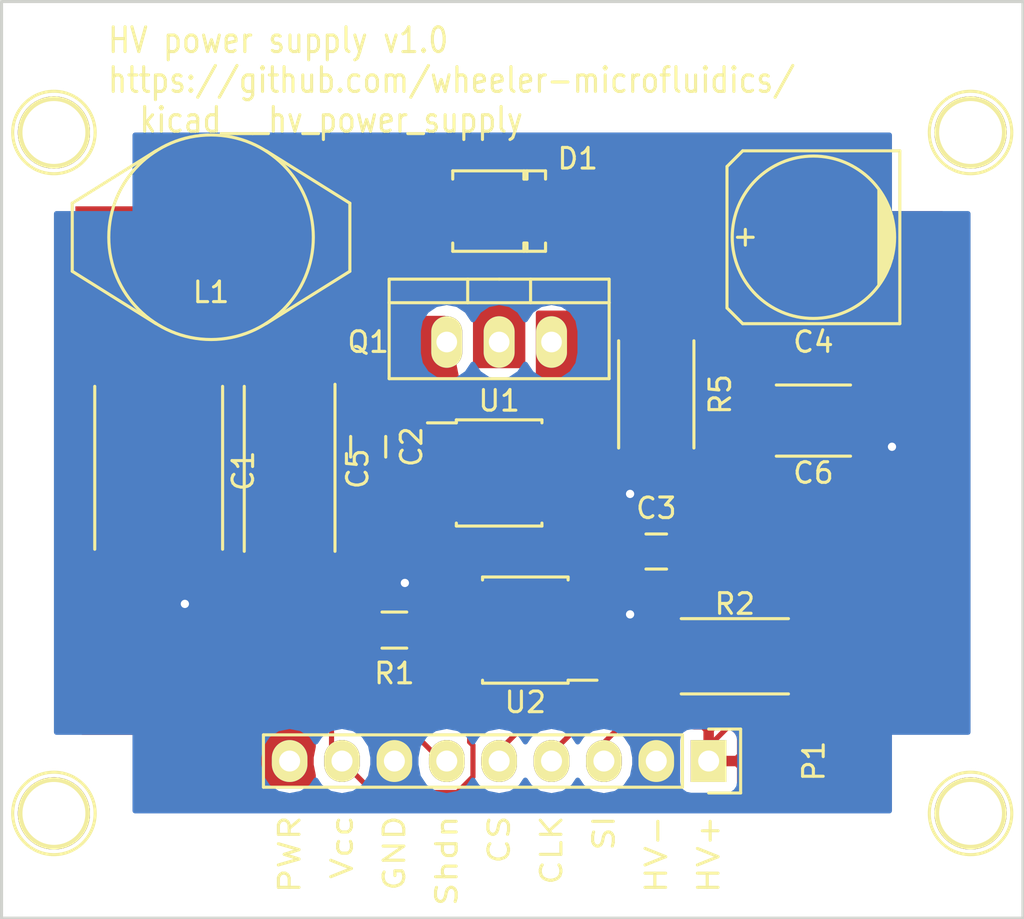
<source format=kicad_pcb>
(kicad_pcb (version 4) (host pcbnew 4.0.0-rc2-1-stable)

  (general
    (links 36)
    (no_connects 0)
    (area 118.034999 92.634999 167.715001 137.235001)
    (thickness 1.6)
    (drawings 14)
    (tracks 96)
    (zones 0)
    (modules 19)
    (nets 15)
  )

  (page A4)
  (layers
    (0 F.Cu signal)
    (31 B.Cu signal)
    (32 B.Adhes user)
    (33 F.Adhes user)
    (34 B.Paste user)
    (35 F.Paste user)
    (36 B.SilkS user)
    (37 F.SilkS user)
    (38 B.Mask user)
    (39 F.Mask user)
    (40 Dwgs.User user)
    (41 Cmts.User user)
    (42 Eco1.User user)
    (43 Eco2.User user)
    (44 Edge.Cuts user)
    (45 Margin user)
    (46 B.CrtYd user)
    (47 F.CrtYd user)
    (48 B.Fab user)
    (49 F.Fab user)
  )

  (setup
    (last_trace_width 0.25)
    (trace_clearance 0.25)
    (zone_clearance 0.508)
    (zone_45_only no)
    (trace_min 0.2)
    (segment_width 0.2)
    (edge_width 0.15)
    (via_size 0.6)
    (via_drill 0.4)
    (via_min_size 0.4)
    (via_min_drill 0.3)
    (uvia_size 0.3)
    (uvia_drill 0.1)
    (uvias_allowed no)
    (uvia_min_size 0.2)
    (uvia_min_drill 0.1)
    (pcb_text_width 0.3)
    (pcb_text_size 1.5 1.5)
    (mod_edge_width 0.15)
    (mod_text_size 1 1)
    (mod_text_width 0.15)
    (pad_size 3.5 3.5)
    (pad_drill 3.048)
    (pad_to_mask_clearance 0.2)
    (aux_axis_origin 0 0)
    (visible_elements 7FFFFFFF)
    (pcbplotparams
      (layerselection 0x01000_80000001)
      (usegerberextensions false)
      (excludeedgelayer true)
      (linewidth 0.100000)
      (plotframeref false)
      (viasonmask false)
      (mode 1)
      (useauxorigin false)
      (hpglpennumber 1)
      (hpglpenspeed 20)
      (hpglpendiameter 15)
      (hpglpenoverlay 2)
      (psnegative false)
      (psa4output false)
      (plotreference true)
      (plotvalue true)
      (plotinvisibletext false)
      (padsonsilk false)
      (subtractmaskfromsilk false)
      (outputformat 1)
      (mirror false)
      (drillshape 0)
      (scaleselection 1)
      (outputdirectory gerbers))
  )

  (net 0 "")
  (net 1 "Net-(C3-Pad1)")
  (net 2 "Net-(R1-Pad1)")
  (net 3 "Net-(R2-Pad2)")
  (net 4 "Net-(D1-Pad2)")
  (net 5 "Net-(Q1-Pad1)")
  (net 6 "Net-(Q1-Pad3)")
  (net 7 DGND)
  (net 8 PWR)
  (net 9 VCC)
  (net 10 SHDN)
  (net 11 CS)
  (net 12 SCK)
  (net 13 SI)
  (net 14 HV)

  (net_class Default "This is the default net class."
    (clearance 0.25)
    (trace_width 0.25)
    (via_dia 0.6)
    (via_drill 0.4)
    (uvia_dia 0.3)
    (uvia_drill 0.1)
    (add_net CS)
    (add_net DGND)
    (add_net HV)
    (add_net "Net-(C3-Pad1)")
    (add_net "Net-(D1-Pad2)")
    (add_net "Net-(Q1-Pad1)")
    (add_net "Net-(Q1-Pad3)")
    (add_net "Net-(R1-Pad1)")
    (add_net "Net-(R2-Pad2)")
    (add_net PWR)
    (add_net SCK)
    (add_net SHDN)
    (add_net SI)
    (add_net VCC)
  )

  (module Connect:1pin (layer F.Cu) (tedit 56AA6C20) (tstamp 56AA6BF7)
    (at 165.1 99.06)
    (descr "module 1 pin (ou trou mecanique de percage)")
    (tags DEV)
    (fp_text reference REF** (at 0 -1.27) (layer F.SilkS) hide
      (effects (font (size 1 1) (thickness 0.15)))
    )
    (fp_text value 1pin (at 0 2.794) (layer F.Fab) hide
      (effects (font (size 1 1) (thickness 0.15)))
    )
    (fp_circle (center 0 0) (end 0 2) (layer F.SilkS) (width 0.15))
    (pad 1 thru_hole circle (at 0 0) (size 3.5 3.5) (drill 3.048) (layers *.Cu *.Mask F.SilkS))
  )

  (module Connect:1pin (layer F.Cu) (tedit 56AA6C1A) (tstamp 56AA6BF2)
    (at 165.1 132.08)
    (descr "module 1 pin (ou trou mecanique de percage)")
    (tags DEV)
    (fp_text reference REF** (at 0 -3.048) (layer F.SilkS) hide
      (effects (font (size 1 1) (thickness 0.15)))
    )
    (fp_text value 1pin (at 0 1.27) (layer F.Fab) hide
      (effects (font (size 1 1) (thickness 0.15)))
    )
    (fp_circle (center 0 0) (end 0 2) (layer F.SilkS) (width 0.15))
    (pad 1 thru_hole circle (at 0 0) (size 3.5 3.5) (drill 3.048) (layers *.Cu *.Mask F.SilkS))
  )

  (module Connect:1pin (layer F.Cu) (tedit 56AA6C17) (tstamp 56AA6BE7)
    (at 120.65 132.08)
    (descr "module 1 pin (ou trou mecanique de percage)")
    (tags DEV)
    (fp_text reference REF** (at 0 -3.048) (layer F.SilkS) hide
      (effects (font (size 1 1) (thickness 0.15)))
    )
    (fp_text value 1pin (at 0 1.27) (layer F.Fab) hide
      (effects (font (size 1 1) (thickness 0.15)))
    )
    (fp_circle (center 0 0) (end 0 2) (layer F.SilkS) (width 0.15))
    (pad 1 thru_hole circle (at 0 0) (size 3.5 3.5) (drill 3.048) (layers *.Cu *.Mask F.SilkS))
  )

  (module Connect:1pin (layer F.Cu) (tedit 56AA6C1D) (tstamp 56AA6B59)
    (at 120.65 99.06)
    (descr "module 1 pin (ou trou mecanique de percage)")
    (tags DEV)
    (fp_text reference REF** (at 0 -1.27) (layer F.SilkS) hide
      (effects (font (size 1 1) (thickness 0.15)))
    )
    (fp_text value 1pin (at 0 2.794) (layer F.Fab) hide
      (effects (font (size 1 1) (thickness 0.15)))
    )
    (fp_circle (center 0 0) (end 0 2) (layer F.SilkS) (width 0.15))
    (pad 1 thru_hole circle (at 0 0) (size 3.5 3.5) (drill 3.048) (layers *.Cu *.Mask F.SilkS))
  )

  (module Capacitors_SMD:c_elec_8x10.5 (layer F.Cu) (tedit 56AA7489) (tstamp 56AA4451)
    (at 157.48 104.14 180)
    (descr "SMT capacitor, aluminium electrolytic, 8x10.5")
    (path /560ADD58)
    (attr smd)
    (fp_text reference C4 (at 0 -5.08 180) (layer F.SilkS)
      (effects (font (size 1 1) (thickness 0.15)))
    )
    (fp_text value 4u7,250V (at 0 5.08 180) (layer F.Fab)
      (effects (font (size 1 1) (thickness 0.15)))
    )
    (fp_line (start -5.35 -4.55) (end 5.35 -4.55) (layer F.CrtYd) (width 0.05))
    (fp_line (start 5.35 -4.55) (end 5.35 4.55) (layer F.CrtYd) (width 0.05))
    (fp_line (start 5.35 4.55) (end -5.35 4.55) (layer F.CrtYd) (width 0.05))
    (fp_line (start -5.35 4.55) (end -5.35 -4.55) (layer F.CrtYd) (width 0.05))
    (fp_line (start -3.81 -1.016) (end -3.81 1.016) (layer F.SilkS) (width 0.15))
    (fp_line (start -3.683 1.397) (end -3.683 -1.397) (layer F.SilkS) (width 0.15))
    (fp_line (start -3.556 -1.651) (end -3.556 1.651) (layer F.SilkS) (width 0.15))
    (fp_line (start -3.429 1.905) (end -3.429 -1.905) (layer F.SilkS) (width 0.15))
    (fp_line (start -3.302 2.032) (end -3.302 -2.032) (layer F.SilkS) (width 0.15))
    (fp_line (start -3.175 -2.286) (end -3.175 2.286) (layer F.SilkS) (width 0.15))
    (fp_line (start -4.191 -4.191) (end -4.191 4.191) (layer F.SilkS) (width 0.15))
    (fp_line (start -4.191 4.191) (end 3.429 4.191) (layer F.SilkS) (width 0.15))
    (fp_line (start 3.429 4.191) (end 4.191 3.429) (layer F.SilkS) (width 0.15))
    (fp_line (start 4.191 3.429) (end 4.191 -3.429) (layer F.SilkS) (width 0.15))
    (fp_line (start 4.191 -3.429) (end 3.429 -4.191) (layer F.SilkS) (width 0.15))
    (fp_line (start 3.429 -4.191) (end -4.191 -4.191) (layer F.SilkS) (width 0.15))
    (fp_line (start 3.683 0) (end 2.921 0) (layer F.SilkS) (width 0.15))
    (fp_line (start 3.302 -0.381) (end 3.302 0.381) (layer F.SilkS) (width 0.15))
    (fp_circle (center 0 0) (end 3.937 0) (layer F.SilkS) (width 0.15))
    (pad 1 smd rect (at 3.2512 0 180) (size 3.50012 2.4003) (layers F.Cu F.Paste F.Mask)
      (net 14 HV))
    (pad 2 smd rect (at -3.2512 0 180) (size 3.50012 2.4003) (layers F.Cu F.Paste F.Mask)
      (net 7 DGND))
    (model Capacitors_SMD.3dshapes/c_elec_8x10.5.wrl
      (at (xyz 0 0 0))
      (scale (xyz 1 1 1))
      (rotate (xyz 0 0 0))
    )
  )

  (module Capacitors_Tantalum_SMD:TantalC_SizeE_EIA-7360_Reflow (layer F.Cu) (tedit 555EFB76) (tstamp 560AFBB2)
    (at 125.73 115.57 270)
    (descr "Tantal Cap. , Size E, EIA-7360, Reflow,")
    (tags "Tantal Capacitor Size-E EIA-7360 Reflow")
    (path /5609A72E)
    (attr smd)
    (fp_text reference C1 (at -0.09906 -4.09956 270) (layer F.SilkS)
      (effects (font (size 1 1) (thickness 0.15)))
    )
    (fp_text value "100uF, 35V" (at 0 4.50088 270) (layer F.Fab)
      (effects (font (size 1 1) (thickness 0.15)))
    )
    (fp_line (start 3.7 3.1) (end -4.2 3.1) (layer F.SilkS) (width 0.15))
    (fp_line (start 3.7 -3.1) (end -4.2 -3.1) (layer F.SilkS) (width 0.15))
    (fp_line (start 4.6 -3.4) (end -4.6 -3.4) (layer F.CrtYd) (width 0.05))
    (fp_line (start -4.6 -3.4) (end -4.6 3.4) (layer F.CrtYd) (width 0.05))
    (fp_line (start -4.6 3.4) (end 4.6 3.4) (layer F.CrtYd) (width 0.05))
    (fp_line (start 4.6 3.4) (end 4.6 -3.4) (layer F.CrtYd) (width 0.05))
    (pad 2 smd rect (at 3.12 0 270) (size 2.37 4.13) (layers F.Cu F.Paste F.Mask)
      (net 7 DGND))
    (pad 1 smd rect (at -3.12 0 270) (size 2.37 4.13) (layers F.Cu F.Paste F.Mask)
      (net 8 PWR))
    (model Capacitors_Tantalum_SMD.3dshapes/TantalC_SizeE_EIA-7360_Reflow.wrl
      (at (xyz 0 0 0))
      (scale (xyz 1 1 1))
      (rotate (xyz 0 0 180))
    )
  )

  (module Capacitors_SMD:C_0805 (layer F.Cu) (tedit 5415D6EA) (tstamp 560AFBBE)
    (at 135.89 114.3 270)
    (descr "Capacitor SMD 0805, reflow soldering, AVX (see smccp.pdf)")
    (tags "capacitor 0805")
    (path /5609A034)
    (attr smd)
    (fp_text reference C2 (at 0 -2.1 270) (layer F.SilkS)
      (effects (font (size 1 1) (thickness 0.15)))
    )
    (fp_text value 100nF (at 0 2.1 270) (layer F.Fab)
      (effects (font (size 1 1) (thickness 0.15)))
    )
    (fp_line (start -1.8 -1) (end 1.8 -1) (layer F.CrtYd) (width 0.05))
    (fp_line (start -1.8 1) (end 1.8 1) (layer F.CrtYd) (width 0.05))
    (fp_line (start -1.8 -1) (end -1.8 1) (layer F.CrtYd) (width 0.05))
    (fp_line (start 1.8 -1) (end 1.8 1) (layer F.CrtYd) (width 0.05))
    (fp_line (start 0.5 -0.85) (end -0.5 -0.85) (layer F.SilkS) (width 0.15))
    (fp_line (start -0.5 0.85) (end 0.5 0.85) (layer F.SilkS) (width 0.15))
    (pad 1 smd rect (at -1 0 270) (size 1 1.25) (layers F.Cu F.Paste F.Mask)
      (net 9 VCC))
    (pad 2 smd rect (at 1 0 270) (size 1 1.25) (layers F.Cu F.Paste F.Mask)
      (net 7 DGND))
    (model Capacitors_SMD.3dshapes/C_0805.wrl
      (at (xyz 0 0 0))
      (scale (xyz 1 1 1))
      (rotate (xyz 0 0 0))
    )
  )

  (module Capacitors_SMD:C_0805 (layer F.Cu) (tedit 5415D6EA) (tstamp 560AFBCA)
    (at 149.86 119.38)
    (descr "Capacitor SMD 0805, reflow soldering, AVX (see smccp.pdf)")
    (tags "capacitor 0805")
    (path /56099F9D)
    (attr smd)
    (fp_text reference C3 (at 0 -2.1) (layer F.SilkS)
      (effects (font (size 1 1) (thickness 0.15)))
    )
    (fp_text value 100nF (at 0 2.1) (layer F.Fab)
      (effects (font (size 1 1) (thickness 0.15)))
    )
    (fp_line (start -1.8 -1) (end 1.8 -1) (layer F.CrtYd) (width 0.05))
    (fp_line (start -1.8 1) (end 1.8 1) (layer F.CrtYd) (width 0.05))
    (fp_line (start -1.8 -1) (end -1.8 1) (layer F.CrtYd) (width 0.05))
    (fp_line (start 1.8 -1) (end 1.8 1) (layer F.CrtYd) (width 0.05))
    (fp_line (start 0.5 -0.85) (end -0.5 -0.85) (layer F.SilkS) (width 0.15))
    (fp_line (start -0.5 0.85) (end 0.5 0.85) (layer F.SilkS) (width 0.15))
    (pad 1 smd rect (at -1 0) (size 1 1.25) (layers F.Cu F.Paste F.Mask)
      (net 1 "Net-(C3-Pad1)"))
    (pad 2 smd rect (at 1 0) (size 1 1.25) (layers F.Cu F.Paste F.Mask)
      (net 7 DGND))
    (model Capacitors_SMD.3dshapes/C_0805.wrl
      (at (xyz 0 0 0))
      (scale (xyz 1 1 1))
      (rotate (xyz 0 0 0))
    )
  )

  (module Capacitors_Tantalum_SMD:TantalC_SizeD_EIA-7343_Reflow (layer F.Cu) (tedit 555EF99E) (tstamp 560AFBEF)
    (at 132.08 115.57 270)
    (descr "Tantal Cap. , Size D, EIA-7343, Reflow")
    (tags "Tantal Capacitor Size-D EIA-7343 Reflow")
    (path /5609A12A)
    (attr smd)
    (fp_text reference C5 (at -0.20066 -3.29946 270) (layer F.SilkS)
      (effects (font (size 1 1) (thickness 0.15)))
    )
    (fp_text value 10uF (at -0.09906 3.59918 270) (layer F.Fab)
      (effects (font (size 1 1) (thickness 0.15)))
    )
    (fp_line (start 4.6 -2.6) (end -4.6 -2.6) (layer F.CrtYd) (width 0.05))
    (fp_line (start -4.6 -2.6) (end -4.6 2.6) (layer F.CrtYd) (width 0.05))
    (fp_line (start -4.6 2.6) (end 4.6 2.6) (layer F.CrtYd) (width 0.05))
    (fp_line (start 4.6 2.6) (end 4.6 -2.6) (layer F.CrtYd) (width 0.05))
    (fp_line (start -4.2 2.2) (end 3.8 2.2) (layer F.SilkS) (width 0.15))
    (fp_line (start 3.8 -2.2) (end -4.3 -2.2) (layer F.SilkS) (width 0.15))
    (pad 2 smd rect (at 3.12 0 270) (size 2.37 2.43) (layers F.Cu F.Paste F.Mask)
      (net 7 DGND))
    (pad 1 smd rect (at -3.12 0 270) (size 2.37 2.43) (layers F.Cu F.Paste F.Mask)
      (net 9 VCC))
    (model Capacitors_Tantalum_SMD.3dshapes/TantalC_SizeD_EIA-7343_Reflow.wrl
      (at (xyz 0 0 0))
      (scale (xyz 1 1 1))
      (rotate (xyz 0 0 180))
    )
  )

  (module Resistors_SMD:R_0805 (layer F.Cu) (tedit 5415CDEB) (tstamp 560AFC07)
    (at 137.16 123.19 180)
    (descr "Resistor SMD 0805, reflow soldering, Vishay (see dcrcw.pdf)")
    (tags "resistor 0805")
    (path /560ADF17)
    (attr smd)
    (fp_text reference R1 (at 0 -2.1 180) (layer F.SilkS)
      (effects (font (size 1 1) (thickness 0.15)))
    )
    (fp_text value 10k (at 0 2.1 180) (layer F.Fab)
      (effects (font (size 1 1) (thickness 0.15)))
    )
    (fp_line (start -1.6 -1) (end 1.6 -1) (layer F.CrtYd) (width 0.05))
    (fp_line (start -1.6 1) (end 1.6 1) (layer F.CrtYd) (width 0.05))
    (fp_line (start -1.6 -1) (end -1.6 1) (layer F.CrtYd) (width 0.05))
    (fp_line (start 1.6 -1) (end 1.6 1) (layer F.CrtYd) (width 0.05))
    (fp_line (start 0.6 0.875) (end -0.6 0.875) (layer F.SilkS) (width 0.15))
    (fp_line (start -0.6 -0.875) (end 0.6 -0.875) (layer F.SilkS) (width 0.15))
    (pad 1 smd rect (at -0.95 0 180) (size 0.7 1.3) (layers F.Cu F.Paste F.Mask)
      (net 2 "Net-(R1-Pad1)"))
    (pad 2 smd rect (at 0.95 0 180) (size 0.7 1.3) (layers F.Cu F.Paste F.Mask)
      (net 7 DGND))
    (model Resistors_SMD.3dshapes/R_0805.wrl
      (at (xyz 0 0 0))
      (scale (xyz 1 1 1))
      (rotate (xyz 0 0 0))
    )
  )

  (module Resistors_SMD:R_2512 (layer F.Cu) (tedit 56AA7482) (tstamp 560AFC13)
    (at 153.67 124.46 180)
    (descr "Resistor SMD 2512, reflow soldering, Vishay (see dcrcw.pdf)")
    (tags "resistor 2512")
    (path /560AE4B9)
    (attr smd)
    (fp_text reference R2 (at 0 2.54 180) (layer F.SilkS)
      (effects (font (size 1 1) (thickness 0.15)))
    )
    (fp_text value 1M5 (at 0 3.1 180) (layer F.Fab)
      (effects (font (size 1 1) (thickness 0.15)))
    )
    (fp_line (start -3.9 -1.95) (end 3.9 -1.95) (layer F.CrtYd) (width 0.05))
    (fp_line (start -3.9 1.95) (end 3.9 1.95) (layer F.CrtYd) (width 0.05))
    (fp_line (start -3.9 -1.95) (end -3.9 1.95) (layer F.CrtYd) (width 0.05))
    (fp_line (start 3.9 -1.95) (end 3.9 1.95) (layer F.CrtYd) (width 0.05))
    (fp_line (start 2.6 1.825) (end -2.6 1.825) (layer F.SilkS) (width 0.15))
    (fp_line (start -2.6 -1.825) (end 2.6 -1.825) (layer F.SilkS) (width 0.15))
    (pad 1 smd rect (at -3.1 0 180) (size 1 3.2) (layers F.Cu F.Paste F.Mask)
      (net 14 HV))
    (pad 2 smd rect (at 3.1 0 180) (size 1 3.2) (layers F.Cu F.Paste F.Mask)
      (net 3 "Net-(R2-Pad2)"))
    (model Resistors_SMD.3dshapes/R_2512.wrl
      (at (xyz 0 0 0))
      (scale (xyz 1 1 1))
      (rotate (xyz 0 0 0))
    )
  )

  (module Resistors_SMD:R_2512 (layer F.Cu) (tedit 5415D3E2) (tstamp 560AFC1F)
    (at 149.86 111.76 270)
    (descr "Resistor SMD 2512, reflow soldering, Vishay (see dcrcw.pdf)")
    (tags "resistor 2512")
    (path /560ADAD2)
    (attr smd)
    (fp_text reference R5 (at 0 -3.1 270) (layer F.SilkS)
      (effects (font (size 1 1) (thickness 0.15)))
    )
    (fp_text value RSENSE (at 0 3.1 270) (layer F.Fab)
      (effects (font (size 1 1) (thickness 0.15)))
    )
    (fp_line (start -3.9 -1.95) (end 3.9 -1.95) (layer F.CrtYd) (width 0.05))
    (fp_line (start -3.9 1.95) (end 3.9 1.95) (layer F.CrtYd) (width 0.05))
    (fp_line (start -3.9 -1.95) (end -3.9 1.95) (layer F.CrtYd) (width 0.05))
    (fp_line (start 3.9 -1.95) (end 3.9 1.95) (layer F.CrtYd) (width 0.05))
    (fp_line (start 2.6 1.825) (end -2.6 1.825) (layer F.SilkS) (width 0.15))
    (fp_line (start -2.6 -1.825) (end 2.6 -1.825) (layer F.SilkS) (width 0.15))
    (pad 1 smd rect (at -3.1 0 270) (size 1 3.2) (layers F.Cu F.Paste F.Mask)
      (net 6 "Net-(Q1-Pad3)"))
    (pad 2 smd rect (at 3.1 0 270) (size 1 3.2) (layers F.Cu F.Paste F.Mask)
      (net 7 DGND))
    (model Resistors_SMD.3dshapes/R_2512.wrl
      (at (xyz 0 0 0))
      (scale (xyz 1 1 1))
      (rotate (xyz 0 0 0))
    )
  )

  (module Housings_SOIC:SOIC-8_3.9x4.9mm_Pitch1.27mm (layer F.Cu) (tedit 54130A77) (tstamp 560AFC36)
    (at 142.24 115.57)
    (descr "8-Lead Plastic Small Outline (SN) - Narrow, 3.90 mm Body [SOIC] (see Microchip Packaging Specification 00000049BS.pdf)")
    (tags "SOIC 1.27")
    (path /56AA3B18)
    (attr smd)
    (fp_text reference U1 (at 0 -3.5) (layer F.SilkS)
      (effects (font (size 1 1) (thickness 0.15)))
    )
    (fp_text value MAX1771 (at 0 3.5) (layer F.Fab)
      (effects (font (size 1 1) (thickness 0.15)))
    )
    (fp_line (start -3.75 -2.75) (end -3.75 2.75) (layer F.CrtYd) (width 0.05))
    (fp_line (start 3.75 -2.75) (end 3.75 2.75) (layer F.CrtYd) (width 0.05))
    (fp_line (start -3.75 -2.75) (end 3.75 -2.75) (layer F.CrtYd) (width 0.05))
    (fp_line (start -3.75 2.75) (end 3.75 2.75) (layer F.CrtYd) (width 0.05))
    (fp_line (start -2.075 -2.575) (end -2.075 -2.43) (layer F.SilkS) (width 0.15))
    (fp_line (start 2.075 -2.575) (end 2.075 -2.43) (layer F.SilkS) (width 0.15))
    (fp_line (start 2.075 2.575) (end 2.075 2.43) (layer F.SilkS) (width 0.15))
    (fp_line (start -2.075 2.575) (end -2.075 2.43) (layer F.SilkS) (width 0.15))
    (fp_line (start -2.075 -2.575) (end 2.075 -2.575) (layer F.SilkS) (width 0.15))
    (fp_line (start -2.075 2.575) (end 2.075 2.575) (layer F.SilkS) (width 0.15))
    (fp_line (start -2.075 -2.43) (end -3.475 -2.43) (layer F.SilkS) (width 0.15))
    (pad 1 smd rect (at -2.7 -1.905) (size 1.55 0.6) (layers F.Cu F.Paste F.Mask)
      (net 5 "Net-(Q1-Pad1)"))
    (pad 2 smd rect (at -2.7 -0.635) (size 1.55 0.6) (layers F.Cu F.Paste F.Mask)
      (net 9 VCC))
    (pad 3 smd rect (at -2.7 0.635) (size 1.55 0.6) (layers F.Cu F.Paste F.Mask)
      (net 3 "Net-(R2-Pad2)"))
    (pad 4 smd rect (at -2.7 1.905) (size 1.55 0.6) (layers F.Cu F.Paste F.Mask)
      (net 10 SHDN))
    (pad 5 smd rect (at 2.7 1.905) (size 1.55 0.6) (layers F.Cu F.Paste F.Mask)
      (net 1 "Net-(C3-Pad1)"))
    (pad 6 smd rect (at 2.7 0.635) (size 1.55 0.6) (layers F.Cu F.Paste F.Mask)
      (net 7 DGND))
    (pad 7 smd rect (at 2.7 -0.635) (size 1.55 0.6) (layers F.Cu F.Paste F.Mask)
      (net 7 DGND))
    (pad 8 smd rect (at 2.7 -1.905) (size 1.55 0.6) (layers F.Cu F.Paste F.Mask)
      (net 6 "Net-(Q1-Pad3)"))
    (model Housings_SOIC.3dshapes/SOIC-8_3.9x4.9mm_Pitch1.27mm.wrl
      (at (xyz 0 0 0))
      (scale (xyz 1 1 1))
      (rotate (xyz 0 0 0))
    )
  )

  (module Housings_SOIC:SOIC-8_3.9x4.9mm_Pitch1.27mm (layer F.Cu) (tedit 54130A77) (tstamp 560AFC45)
    (at 143.51 123.19 180)
    (descr "8-Lead Plastic Small Outline (SN) - Narrow, 3.90 mm Body [SOIC] (see Microchip Packaging Specification 00000049BS.pdf)")
    (tags "SOIC 1.27")
    (path /5612B7DB)
    (attr smd)
    (fp_text reference U2 (at 0 -3.5 180) (layer F.SilkS)
      (effects (font (size 1 1) (thickness 0.15)))
    )
    (fp_text value MCP41050 (at 0 3.5 180) (layer F.Fab)
      (effects (font (size 1 1) (thickness 0.15)))
    )
    (fp_line (start -3.75 -2.75) (end -3.75 2.75) (layer F.CrtYd) (width 0.05))
    (fp_line (start 3.75 -2.75) (end 3.75 2.75) (layer F.CrtYd) (width 0.05))
    (fp_line (start -3.75 -2.75) (end 3.75 -2.75) (layer F.CrtYd) (width 0.05))
    (fp_line (start -3.75 2.75) (end 3.75 2.75) (layer F.CrtYd) (width 0.05))
    (fp_line (start -2.075 -2.575) (end -2.075 -2.43) (layer F.SilkS) (width 0.15))
    (fp_line (start 2.075 -2.575) (end 2.075 -2.43) (layer F.SilkS) (width 0.15))
    (fp_line (start 2.075 2.575) (end 2.075 2.43) (layer F.SilkS) (width 0.15))
    (fp_line (start -2.075 2.575) (end -2.075 2.43) (layer F.SilkS) (width 0.15))
    (fp_line (start -2.075 -2.575) (end 2.075 -2.575) (layer F.SilkS) (width 0.15))
    (fp_line (start -2.075 2.575) (end 2.075 2.575) (layer F.SilkS) (width 0.15))
    (fp_line (start -2.075 -2.43) (end -3.475 -2.43) (layer F.SilkS) (width 0.15))
    (pad 1 smd rect (at -2.7 -1.905 180) (size 1.55 0.6) (layers F.Cu F.Paste F.Mask)
      (net 11 CS))
    (pad 2 smd rect (at -2.7 -0.635 180) (size 1.55 0.6) (layers F.Cu F.Paste F.Mask)
      (net 12 SCK))
    (pad 3 smd rect (at -2.7 0.635 180) (size 1.55 0.6) (layers F.Cu F.Paste F.Mask)
      (net 13 SI))
    (pad 4 smd rect (at -2.7 1.905 180) (size 1.55 0.6) (layers F.Cu F.Paste F.Mask)
      (net 7 DGND))
    (pad 5 smd rect (at 2.7 1.905 180) (size 1.55 0.6) (layers F.Cu F.Paste F.Mask)
      (net 3 "Net-(R2-Pad2)"))
    (pad 6 smd rect (at 2.7 0.635 180) (size 1.55 0.6) (layers F.Cu F.Paste F.Mask)
      (net 2 "Net-(R1-Pad1)"))
    (pad 7 smd rect (at 2.7 -0.635 180) (size 1.55 0.6) (layers F.Cu F.Paste F.Mask)
      (net 2 "Net-(R1-Pad1)"))
    (pad 8 smd rect (at 2.7 -1.905 180) (size 1.55 0.6) (layers F.Cu F.Paste F.Mask)
      (net 9 VCC))
    (model Housings_SOIC.3dshapes/SOIC-8_3.9x4.9mm_Pitch1.27mm.wrl
      (at (xyz 0 0 0))
      (scale (xyz 1 1 1))
      (rotate (xyz 0 0 0))
    )
  )

  (module Capacitors_SMD:C_1812 (layer F.Cu) (tedit 56AA748C) (tstamp 56AA4469)
    (at 157.48 113.03)
    (descr "Capacitor SMD 1812, reflow soldering, AVX (see smccp.pdf)")
    (tags "capacitor 1812")
    (path /560AE57F)
    (attr smd)
    (fp_text reference C6 (at 0 2.54) (layer F.SilkS)
      (effects (font (size 1 1) (thickness 0.15)))
    )
    (fp_text value 100nF,250V (at 0 3) (layer F.Fab)
      (effects (font (size 1 1) (thickness 0.15)))
    )
    (fp_line (start -3.1 -1.85) (end 3.1 -1.85) (layer F.CrtYd) (width 0.05))
    (fp_line (start -3.1 1.85) (end 3.1 1.85) (layer F.CrtYd) (width 0.05))
    (fp_line (start -3.1 -1.85) (end -3.1 1.85) (layer F.CrtYd) (width 0.05))
    (fp_line (start 3.1 -1.85) (end 3.1 1.85) (layer F.CrtYd) (width 0.05))
    (fp_line (start 1.8 -1.725) (end -1.8 -1.725) (layer F.SilkS) (width 0.15))
    (fp_line (start -1.8 1.725) (end 1.8 1.725) (layer F.SilkS) (width 0.15))
    (pad 1 smd rect (at -2.3 0) (size 1 3) (layers F.Cu F.Paste F.Mask)
      (net 14 HV))
    (pad 2 smd rect (at 2.3 0) (size 1 3) (layers F.Cu F.Paste F.Mask)
      (net 7 DGND))
    (model Capacitors_SMD.3dshapes/C_1812.wrl
      (at (xyz 0 0 0))
      (scale (xyz 1 1 1))
      (rotate (xyz 0 0 0))
    )
  )

  (module Diodes_SMD:DO-214BA (layer F.Cu) (tedit 56AA6F5F) (tstamp 56AA4474)
    (at 142.24 102.87 180)
    (descr "Microsemi LSM115J")
    (tags "DO-214BA diode")
    (path /560ADC7D)
    (attr smd)
    (fp_text reference D1 (at -3.81 2.54 180) (layer F.SilkS)
      (effects (font (size 1 1) (thickness 0.15)))
    )
    (fp_text value ES2F (at 0 3 180) (layer F.Fab)
      (effects (font (size 1 1) (thickness 0.15)))
    )
    (fp_line (start -3 -2.25) (end 3 -2.25) (layer F.CrtYd) (width 0.05))
    (fp_line (start 3 -2.25) (end 3 2.25) (layer F.CrtYd) (width 0.05))
    (fp_line (start 3 2.25) (end -3 2.25) (layer F.CrtYd) (width 0.05))
    (fp_line (start -3 2.25) (end -3 -2.25) (layer F.CrtYd) (width 0.05))
    (fp_line (start -2.25 -1.95) (end -2.25 -1.55) (layer F.SilkS) (width 0.15))
    (fp_line (start -2.25 1.95) (end -2.25 1.55) (layer F.SilkS) (width 0.15))
    (fp_line (start 2.25 1.95) (end 2.25 1.55) (layer F.SilkS) (width 0.15))
    (fp_line (start 2.25 -1.95) (end 2.25 -1.55) (layer F.SilkS) (width 0.15))
    (fp_line (start -1.35 1.95) (end -1.35 1.55) (layer F.SilkS) (width 0.15))
    (fp_line (start -1.35 1.55) (end -1.2 1.55) (layer F.SilkS) (width 0.15))
    (fp_line (start -1.2 1.55) (end -1.2 1.95) (layer F.SilkS) (width 0.15))
    (fp_line (start -1.35 -1.95) (end -1.35 -1.55) (layer F.SilkS) (width 0.15))
    (fp_line (start -1.35 -1.55) (end -1.2 -1.55) (layer F.SilkS) (width 0.15))
    (fp_line (start -1.2 -1.55) (end -1.2 -1.95) (layer F.SilkS) (width 0.15))
    (fp_line (start -2.25 -1.95) (end 2.25 -1.95) (layer F.SilkS) (width 0.15))
    (fp_line (start 2.25 1.95) (end -2.25 1.95) (layer F.SilkS) (width 0.15))
    (pad 2 smd rect (at 1.7 0 180) (size 2 2.5) (layers F.Cu F.Paste F.Mask)
      (net 4 "Net-(D1-Pad2)"))
    (pad 1 smd rect (at -1.7 0 180) (size 2 2.5) (layers F.Cu F.Paste F.Mask)
      (net 14 HV))
  )

  (module Inductors:self_cms_we-pd3 (layer F.Cu) (tedit 0) (tstamp 56AA4489)
    (at 128.27 104.14 180)
    (path /5609A934)
    (attr smd)
    (fp_text reference L1 (at 0 -2.667 180) (layer F.SilkS)
      (effects (font (size 1 1) (thickness 0.15)))
    )
    (fp_text value 100uH (at 0.39878 2.30124 180) (layer F.Fab)
      (effects (font (size 1 1) (thickness 0.15)))
    )
    (fp_circle (center 0 0) (end 0.254 -4.953) (layer F.SilkS) (width 0.15))
    (fp_line (start 6.731 1.651) (end 2.667 4.191) (layer F.SilkS) (width 0.15))
    (fp_line (start 6.731 -1.651) (end 2.667 -4.191) (layer F.SilkS) (width 0.15))
    (fp_line (start 6.731 -1.651) (end 6.731 1.651) (layer F.SilkS) (width 0.15))
    (fp_line (start -6.731 1.651) (end -2.667 4.191) (layer F.SilkS) (width 0.15))
    (fp_line (start -6.731 -1.651) (end -6.731 1.651) (layer F.SilkS) (width 0.15))
    (fp_line (start -6.731 -1.651) (end -2.667 -4.191) (layer F.SilkS) (width 0.15))
    (pad 1 smd rect (at -5.08 0 180) (size 2.99974 2.99974) (layers F.Cu F.Paste F.Mask)
      (net 4 "Net-(D1-Pad2)"))
    (pad 2 smd rect (at 5.08 0 180) (size 2.99974 2.99974) (layers F.Cu F.Paste F.Mask)
      (net 8 PWR))
    (model Inductors.3dshapes/self_cms_we-pd3.wrl
      (at (xyz 0 0 0))
      (scale (xyz 1 1 1))
      (rotate (xyz 0 0 0))
    )
  )

  (module TO_SOT_Packages_THT:TO-220_Neutral123_Vertical (layer F.Cu) (tedit 56AA6F5C) (tstamp 56AA44A4)
    (at 142.24 109.22)
    (descr "TO-220, Neutral, Vertical,")
    (tags "TO-220, Neutral, Vertical,")
    (path /56AA6CD7)
    (fp_text reference Q1 (at -6.35 0) (layer F.SilkS)
      (effects (font (size 1 1) (thickness 0.15)))
    )
    (fp_text value IRF644PBF (at 0 3.81) (layer F.Fab)
      (effects (font (size 1 1) (thickness 0.15)))
    )
    (fp_line (start -1.524 -3.048) (end -1.524 -1.905) (layer F.SilkS) (width 0.15))
    (fp_line (start 1.524 -3.048) (end 1.524 -1.905) (layer F.SilkS) (width 0.15))
    (fp_line (start 5.334 -1.905) (end 5.334 1.778) (layer F.SilkS) (width 0.15))
    (fp_line (start 5.334 1.778) (end -5.334 1.778) (layer F.SilkS) (width 0.15))
    (fp_line (start -5.334 1.778) (end -5.334 -1.905) (layer F.SilkS) (width 0.15))
    (fp_line (start 5.334 -3.048) (end 5.334 -1.905) (layer F.SilkS) (width 0.15))
    (fp_line (start 5.334 -1.905) (end -5.334 -1.905) (layer F.SilkS) (width 0.15))
    (fp_line (start -5.334 -1.905) (end -5.334 -3.048) (layer F.SilkS) (width 0.15))
    (fp_line (start 0 -3.048) (end -5.334 -3.048) (layer F.SilkS) (width 0.15))
    (fp_line (start 0 -3.048) (end 5.334 -3.048) (layer F.SilkS) (width 0.15))
    (pad 2 thru_hole oval (at 0 0 90) (size 2.49936 1.50114) (drill 1.00076) (layers *.Cu *.Mask F.SilkS)
      (net 4 "Net-(D1-Pad2)"))
    (pad 1 thru_hole oval (at -2.54 0 90) (size 2.49936 1.50114) (drill 1.00076) (layers *.Cu *.Mask F.SilkS)
      (net 5 "Net-(Q1-Pad1)"))
    (pad 3 thru_hole oval (at 2.54 0 90) (size 2.49936 1.50114) (drill 1.00076) (layers *.Cu *.Mask F.SilkS)
      (net 6 "Net-(Q1-Pad3)"))
    (model TO_SOT_Packages_THT.3dshapes/TO-220_Neutral123_Vertical.wrl
      (at (xyz 0 0 0))
      (scale (xyz 0.3937 0.3937 0.3937))
      (rotate (xyz 0 0 0))
    )
  )

  (module Pin_Headers:Pin_Header_Straight_1x09 (layer F.Cu) (tedit 0) (tstamp 56AA6F4F)
    (at 152.4 129.54 270)
    (descr "Through hole pin header")
    (tags "pin header")
    (path /56AAAEFD)
    (fp_text reference P1 (at 0 -5.1 270) (layer F.SilkS)
      (effects (font (size 1 1) (thickness 0.15)))
    )
    (fp_text value CONN_01X09 (at 0 -3.1 270) (layer F.Fab)
      (effects (font (size 1 1) (thickness 0.15)))
    )
    (fp_line (start -1.75 -1.75) (end -1.75 22.1) (layer F.CrtYd) (width 0.05))
    (fp_line (start 1.75 -1.75) (end 1.75 22.1) (layer F.CrtYd) (width 0.05))
    (fp_line (start -1.75 -1.75) (end 1.75 -1.75) (layer F.CrtYd) (width 0.05))
    (fp_line (start -1.75 22.1) (end 1.75 22.1) (layer F.CrtYd) (width 0.05))
    (fp_line (start 1.27 1.27) (end 1.27 21.59) (layer F.SilkS) (width 0.15))
    (fp_line (start 1.27 21.59) (end -1.27 21.59) (layer F.SilkS) (width 0.15))
    (fp_line (start -1.27 21.59) (end -1.27 1.27) (layer F.SilkS) (width 0.15))
    (fp_line (start 1.55 -1.55) (end 1.55 0) (layer F.SilkS) (width 0.15))
    (fp_line (start 1.27 1.27) (end -1.27 1.27) (layer F.SilkS) (width 0.15))
    (fp_line (start -1.55 0) (end -1.55 -1.55) (layer F.SilkS) (width 0.15))
    (fp_line (start -1.55 -1.55) (end 1.55 -1.55) (layer F.SilkS) (width 0.15))
    (pad 1 thru_hole rect (at 0 0 270) (size 2.032 1.7272) (drill 1.016) (layers *.Cu *.Mask F.SilkS)
      (net 14 HV))
    (pad 2 thru_hole oval (at 0 2.54 270) (size 2.032 1.7272) (drill 1.016) (layers *.Cu *.Mask F.SilkS)
      (net 7 DGND))
    (pad 3 thru_hole oval (at 0 5.08 270) (size 2.032 1.7272) (drill 1.016) (layers *.Cu *.Mask F.SilkS)
      (net 13 SI))
    (pad 4 thru_hole oval (at 0 7.62 270) (size 2.032 1.7272) (drill 1.016) (layers *.Cu *.Mask F.SilkS)
      (net 12 SCK))
    (pad 5 thru_hole oval (at 0 10.16 270) (size 2.032 1.7272) (drill 1.016) (layers *.Cu *.Mask F.SilkS)
      (net 11 CS))
    (pad 6 thru_hole oval (at 0 12.7 270) (size 2.032 1.7272) (drill 1.016) (layers *.Cu *.Mask F.SilkS)
      (net 10 SHDN))
    (pad 7 thru_hole oval (at 0 15.24 270) (size 2.032 1.7272) (drill 1.016) (layers *.Cu *.Mask F.SilkS)
      (net 7 DGND))
    (pad 8 thru_hole oval (at 0 17.78 270) (size 2.032 1.7272) (drill 1.016) (layers *.Cu *.Mask F.SilkS)
      (net 9 VCC))
    (pad 9 thru_hole oval (at 0 20.32 270) (size 2.032 1.7272) (drill 1.016) (layers *.Cu *.Mask F.SilkS)
      (net 8 PWR))
    (model Pin_Headers.3dshapes/Pin_Header_Straight_1x09.wrl
      (at (xyz 0 -0.4 0))
      (scale (xyz 1 1 1))
      (rotate (xyz 0 0 90))
    )
  )

  (gr_line (start 167.64 92.71) (end 167.64 137.16) (angle 90) (layer Edge.Cuts) (width 0.15))
  (gr_line (start 118.11 92.71) (end 167.64 92.71) (angle 90) (layer Edge.Cuts) (width 0.15))
  (gr_line (start 118.11 137.16) (end 167.64 137.16) (angle 90) (layer Edge.Cuts) (width 0.15))
  (gr_line (start 118.11 92.71) (end 118.11 137.16) (angle 90) (layer Edge.Cuts) (width 0.15))
  (gr_text "HV power supply v1.0\nhttps://github.com/wheeler-microfluidics/\n  kicad___hv_power_supply" (at 123.19 96.52) (layer F.SilkS)
    (effects (font (size 1.2 1) (thickness 0.15)) (justify left))
  )
  (gr_text HV- (at 149.86 132.08 90) (layer F.SilkS)
    (effects (font (size 1 1.2) (thickness 0.15)) (justify right))
  )
  (gr_text HV+ (at 152.4 132.08 90) (layer F.SilkS)
    (effects (font (size 1 1.2) (thickness 0.15)) (justify right))
  )
  (gr_text SI (at 147.32 132.08 90) (layer F.SilkS)
    (effects (font (size 1 1.2) (thickness 0.15)) (justify right))
  )
  (gr_text CLK (at 144.78 132.08 90) (layer F.SilkS)
    (effects (font (size 1 1.2) (thickness 0.15)) (justify right))
  )
  (gr_text CS (at 142.24 132.08 90) (layer F.SilkS)
    (effects (font (size 1 1.2) (thickness 0.15)) (justify right))
  )
  (gr_text Shdn (at 139.7 132.08 90) (layer F.SilkS)
    (effects (font (size 1 1.2) (thickness 0.15)) (justify right))
  )
  (gr_text GND (at 137.16 132.08 90) (layer F.SilkS)
    (effects (font (size 1 1.2) (thickness 0.15)) (justify right))
  )
  (gr_text Vcc (at 134.62 132.08 90) (layer F.SilkS)
    (effects (font (size 1 1.2) (thickness 0.15)) (justify right))
  )
  (gr_text PWR (at 132.08 132.08 90) (layer F.SilkS)
    (effects (font (size 1 1.2) (thickness 0.15)) (justify right))
  )

  (segment (start 144.94 117.475) (end 144.94 118.27) (width 0.25) (layer F.Cu) (net 1))
  (segment (start 146.05 119.38) (end 148.86 119.38) (width 0.25) (layer F.Cu) (net 1) (tstamp 56AA74E4))
  (segment (start 144.94 118.27) (end 146.05 119.38) (width 0.25) (layer F.Cu) (net 1) (tstamp 56AA74E3))
  (segment (start 138.11 123.19) (end 140.175 123.19) (width 0.25) (layer F.Cu) (net 2))
  (segment (start 140.175 123.19) (end 140.81 123.825) (width 0.25) (layer F.Cu) (net 2) (tstamp 56AA713C))
  (segment (start 140.81 122.555) (end 140.81 123.825) (width 0.25) (layer F.Cu) (net 2))
  (segment (start 140.81 121.285) (end 142.875 121.285) (width 0.25) (layer F.Cu) (net 3))
  (segment (start 150.57 122.122) (end 150.57 124.46) (width 0.25) (layer F.Cu) (net 3) (tstamp 56AA760E))
  (segment (start 149.352 120.904) (end 150.57 122.122) (width 0.25) (layer F.Cu) (net 3) (tstamp 56AA760D))
  (segment (start 148.59 120.904) (end 149.352 120.904) (width 0.25) (layer F.Cu) (net 3) (tstamp 56AA760C))
  (segment (start 147.828 120.142) (end 148.59 120.904) (width 0.25) (layer F.Cu) (net 3) (tstamp 56AA760B))
  (segment (start 144.018 120.142) (end 147.828 120.142) (width 0.25) (layer F.Cu) (net 3) (tstamp 56AA7609))
  (segment (start 142.875 121.285) (end 144.018 120.142) (width 0.25) (layer F.Cu) (net 3) (tstamp 56AA7607))
  (segment (start 150.57 123.646) (end 150.57 124.46) (width 0.25) (layer F.Cu) (net 3) (tstamp 56AA7544))
  (segment (start 139.54 116.205) (end 140.208 116.205) (width 0.25) (layer F.Cu) (net 3))
  (segment (start 140.208 116.205) (end 140.97 116.967) (width 0.25) (layer F.Cu) (net 3) (tstamp 56AA722F))
  (segment (start 140.97 116.967) (end 140.97 121.125) (width 0.25) (layer F.Cu) (net 3) (tstamp 56AA7232))
  (segment (start 140.97 121.125) (end 140.81 121.285) (width 0.25) (layer F.Cu) (net 3) (tstamp 56AA7233))
  (segment (start 146.21 121.285) (end 147.447 121.285) (width 0.25) (layer F.Cu) (net 7))
  (via (at 148.59 122.428) (size 0.6) (drill 0.4) (layers F.Cu B.Cu) (net 7))
  (segment (start 147.447 121.285) (end 148.59 122.428) (width 0.25) (layer F.Cu) (net 7) (tstamp 56AA7612))
  (segment (start 159.78 113.03) (end 160.02 113.03) (width 0.25) (layer F.Cu) (net 7))
  (segment (start 160.02 113.03) (end 161.29 114.3) (width 0.25) (layer F.Cu) (net 7) (tstamp 56AA75F1))
  (via (at 161.29 114.3) (size 0.6) (drill 0.4) (layers F.Cu B.Cu) (net 7))
  (segment (start 149.86 114.86) (end 149.86 115.316) (width 0.25) (layer F.Cu) (net 7))
  (segment (start 149.86 115.316) (end 148.59 116.586) (width 0.25) (layer F.Cu) (net 7) (tstamp 56AA75E0))
  (via (at 148.59 116.586) (size 0.6) (drill 0.4) (layers F.Cu B.Cu) (net 7))
  (segment (start 136.21 123.19) (end 136.21 122.362) (width 0.25) (layer F.Cu) (net 7))
  (via (at 137.668 120.904) (size 0.6) (drill 0.4) (layers F.Cu B.Cu) (net 7))
  (segment (start 136.21 122.362) (end 137.668 120.904) (width 0.25) (layer F.Cu) (net 7) (tstamp 56AA75CE))
  (segment (start 125.73 118.69) (end 125.73 120.65) (width 0.25) (layer F.Cu) (net 7))
  (via (at 127 121.92) (size 0.6) (drill 0.4) (layers F.Cu B.Cu) (net 7))
  (segment (start 125.73 120.65) (end 127 121.92) (width 0.25) (layer F.Cu) (net 7) (tstamp 56AA75AA))
  (segment (start 149.86 114.86) (end 149.86 118.38) (width 0.25) (layer F.Cu) (net 7))
  (segment (start 149.86 118.38) (end 150.86 119.38) (width 0.25) (layer F.Cu) (net 7) (tstamp 56AA7374))
  (segment (start 144.94 114.935) (end 149.785 114.935) (width 0.25) (layer F.Cu) (net 7))
  (segment (start 149.785 114.935) (end 149.86 114.86) (width 0.25) (layer F.Cu) (net 7) (tstamp 56AA7253))
  (segment (start 144.94 114.935) (end 144.94 116.205) (width 0.25) (layer F.Cu) (net 7))
  (segment (start 160.7312 104.14) (end 160.7312 112.0788) (width 0.25) (layer F.Cu) (net 7))
  (segment (start 160.7312 112.0788) (end 159.78 113.03) (width 0.25) (layer F.Cu) (net 7) (tstamp 56AA71A4))
  (segment (start 125.73 118.69) (end 132.08 118.69) (width 0.25) (layer F.Cu) (net 7))
  (segment (start 135.89 115.3) (end 135.47 115.3) (width 0.25) (layer F.Cu) (net 7))
  (segment (start 135.47 115.3) (end 132.08 118.69) (width 0.25) (layer F.Cu) (net 7) (tstamp 56AA7192))
  (segment (start 136.21 115.62) (end 135.89 115.3) (width 0.25) (layer F.Cu) (net 7) (tstamp 56AA7137))
  (segment (start 132.08 118.69) (end 132.5 118.69) (width 0.25) (layer F.Cu) (net 7))
  (segment (start 125.73 112.45) (end 121.92 112.45) (width 0.25) (layer F.Cu) (net 8))
  (segment (start 121.92 112.45) (end 121.92 113.03) (width 0.25) (layer F.Cu) (net 8) (tstamp 56AA717B))
  (segment (start 132.08 129.54) (end 129.54 129.54) (width 0.25) (layer F.Cu) (net 8))
  (segment (start 121.92 121.92) (end 121.92 113.03) (width 0.25) (layer F.Cu) (net 8) (tstamp 56AA714A))
  (segment (start 121.92 113.03) (end 121.92 105.41) (width 0.25) (layer F.Cu) (net 8) (tstamp 56AA717E))
  (segment (start 129.54 129.54) (end 121.92 121.92) (width 0.25) (layer F.Cu) (net 8) (tstamp 56AA7148))
  (segment (start 121.92 105.41) (end 123.19 104.14) (width 0.25) (layer F.Cu) (net 8) (tstamp 56AA714C))
  (segment (start 134.62 129.54) (end 134.112 129.032) (width 0.25) (layer F.Cu) (net 9))
  (segment (start 137.414 117.856) (end 137.414 113.3) (width 0.25) (layer F.Cu) (net 9) (tstamp 56AA758F))
  (segment (start 134.112 121.158) (end 137.414 117.856) (width 0.25) (layer F.Cu) (net 9) (tstamp 56AA7589))
  (segment (start 134.112 129.032) (end 134.112 121.158) (width 0.25) (layer F.Cu) (net 9) (tstamp 56AA7587))
  (segment (start 140.81 125.095) (end 140.81 128.618) (width 0.25) (layer F.Cu) (net 9))
  (segment (start 140.81 128.618) (end 140.97 128.778) (width 0.25) (layer F.Cu) (net 9) (tstamp 56AA756B))
  (segment (start 140.97 128.778) (end 140.97 130.302) (width 0.25) (layer F.Cu) (net 9) (tstamp 56AA7571))
  (segment (start 140.97 130.302) (end 140.208 131.064) (width 0.25) (layer F.Cu) (net 9) (tstamp 56AA7572))
  (segment (start 140.208 131.064) (end 136.144 131.064) (width 0.25) (layer F.Cu) (net 9) (tstamp 56AA7574))
  (segment (start 136.144 131.064) (end 134.62 129.54) (width 0.25) (layer F.Cu) (net 9) (tstamp 56AA7575))
  (segment (start 135.89 113.3) (end 137.414 113.3) (width 0.25) (layer F.Cu) (net 9))
  (segment (start 137.414 113.3) (end 137.43 113.3) (width 0.25) (layer F.Cu) (net 9) (tstamp 56AA7595))
  (segment (start 137.922 113.792) (end 139.065 114.935) (width 0.25) (layer F.Cu) (net 9) (tstamp 56AA752E))
  (segment (start 137.43 113.3) (end 137.922 113.792) (width 0.25) (layer F.Cu) (net 9) (tstamp 56AA7197))
  (segment (start 139.065 114.935) (end 139.54 114.935) (width 0.25) (layer F.Cu) (net 9) (tstamp 56AA7198))
  (segment (start 132.08 112.45) (end 135.04 112.45) (width 0.25) (layer F.Cu) (net 9))
  (segment (start 135.04 112.45) (end 135.89 113.3) (width 0.25) (layer F.Cu) (net 9) (tstamp 56AA718F))
  (segment (start 139.7 129.54) (end 139.446 129.54) (width 0.25) (layer F.Cu) (net 10))
  (segment (start 139.446 129.54) (end 134.874 124.968) (width 0.25) (layer F.Cu) (net 10) (tstamp 56AA7598))
  (segment (start 134.874 124.968) (end 134.874 121.158) (width 0.25) (layer F.Cu) (net 10) (tstamp 56AA7599))
  (segment (start 134.874 121.158) (end 138.557 117.475) (width 0.25) (layer F.Cu) (net 10) (tstamp 56AA759C))
  (segment (start 138.557 117.475) (end 139.54 117.475) (width 0.25) (layer F.Cu) (net 10) (tstamp 56AA759E))
  (segment (start 139.54 117.475) (end 139.319 117.475) (width 0.25) (layer F.Cu) (net 10))
  (segment (start 146.21 125.095) (end 146.177 125.095) (width 0.25) (layer F.Cu) (net 11))
  (segment (start 146.177 125.095) (end 142.24 129.032) (width 0.25) (layer F.Cu) (net 11) (tstamp 56AA721C))
  (segment (start 142.24 129.032) (end 142.24 129.54) (width 0.25) (layer F.Cu) (net 11) (tstamp 56AA721D))
  (segment (start 146.21 123.825) (end 147.32 123.825) (width 0.25) (layer F.Cu) (net 12))
  (segment (start 147.828 126.111) (end 144.78 129.159) (width 0.25) (layer F.Cu) (net 12) (tstamp 56AA7217))
  (segment (start 147.828 124.333) (end 147.828 126.111) (width 0.25) (layer F.Cu) (net 12) (tstamp 56AA7216))
  (segment (start 147.32 123.825) (end 147.828 124.333) (width 0.25) (layer F.Cu) (net 12) (tstamp 56AA7215))
  (segment (start 144.78 129.159) (end 144.78 129.54) (width 0.25) (layer F.Cu) (net 12) (tstamp 56AA7219))
  (segment (start 147.32 129.54) (end 147.32 128.651) (width 0.25) (layer F.Cu) (net 13))
  (segment (start 147.193 122.555) (end 146.21 122.555) (width 0.25) (layer F.Cu) (net 13) (tstamp 56AA71F6))
  (segment (start 148.717 124.079) (end 147.193 122.555) (width 0.25) (layer F.Cu) (net 13) (tstamp 56AA71F5))
  (segment (start 148.717 127.254) (end 148.717 124.079) (width 0.25) (layer F.Cu) (net 13) (tstamp 56AA71F4))
  (segment (start 147.32 128.651) (end 148.717 127.254) (width 0.25) (layer F.Cu) (net 13) (tstamp 56AA71F3))
  (segment (start 152.4 129.54) (end 152.4 128.83) (width 0.25) (layer F.Cu) (net 14))
  (segment (start 152.4 128.83) (end 156.77 124.46) (width 0.25) (layer F.Cu) (net 14) (tstamp 56AA7329))
  (segment (start 155.18 113.03) (end 155.18 123.124) (width 0.25) (layer F.Cu) (net 14))
  (segment (start 155.18 123.124) (end 156.516 124.46) (width 0.25) (layer F.Cu) (net 14) (tstamp 56AA72B0))
  (segment (start 154.2288 104.14) (end 154.2288 112.0788) (width 0.25) (layer F.Cu) (net 14))
  (segment (start 154.2288 112.0788) (end 155.18 113.03) (width 0.25) (layer F.Cu) (net 14) (tstamp 56AA71A1))
  (segment (start 143.94 102.87) (end 152.9588 102.87) (width 0.25) (layer F.Cu) (net 14))
  (segment (start 152.9588 102.87) (end 154.2288 104.14) (width 0.25) (layer F.Cu) (net 14) (tstamp 56AA719D))

  (zone (net 7) (net_name DGND) (layer B.Cu) (tstamp 561D4F2A) (hatch edge 0.508)
    (connect_pads yes (clearance 0.508))
    (min_thickness 0.254)
    (fill yes (arc_segments 16) (thermal_gap 0.508) (thermal_bridge_width 0.508))
    (polygon
      (pts
        (xy 124.46 102.87) (xy 124.46 99.06) (xy 161.29 99.06) (xy 161.29 102.87) (xy 165.1 102.87)
        (xy 165.1 128.27) (xy 161.29 128.27) (xy 161.29 132.08) (xy 124.46 132.08) (xy 124.46 128.27)
        (xy 120.65 128.27) (xy 120.65 102.87)
      )
    )
    (filled_polygon
      (pts
        (xy 161.163 102.87) (xy 161.173006 102.91941) (xy 161.201447 102.961035) (xy 161.243841 102.988315) (xy 161.29 102.997)
        (xy 164.973 102.997) (xy 164.973 128.143) (xy 161.29 128.143) (xy 161.24059 128.153006) (xy 161.198965 128.181447)
        (xy 161.171685 128.223841) (xy 161.163 128.27) (xy 161.163 131.953) (xy 124.587 131.953) (xy 124.587 129.355255)
        (xy 130.5814 129.355255) (xy 130.5814 129.724745) (xy 130.695474 130.298234) (xy 131.02033 130.784415) (xy 131.506511 131.109271)
        (xy 132.08 131.223345) (xy 132.653489 131.109271) (xy 133.13967 130.784415) (xy 133.35 130.469634) (xy 133.56033 130.784415)
        (xy 134.046511 131.109271) (xy 134.62 131.223345) (xy 135.193489 131.109271) (xy 135.67967 130.784415) (xy 136.004526 130.298234)
        (xy 136.1186 129.724745) (xy 136.1186 129.355255) (xy 138.2014 129.355255) (xy 138.2014 129.724745) (xy 138.315474 130.298234)
        (xy 138.64033 130.784415) (xy 139.126511 131.109271) (xy 139.7 131.223345) (xy 140.273489 131.109271) (xy 140.75967 130.784415)
        (xy 140.97 130.469634) (xy 141.18033 130.784415) (xy 141.666511 131.109271) (xy 142.24 131.223345) (xy 142.813489 131.109271)
        (xy 143.29967 130.784415) (xy 143.51 130.469634) (xy 143.72033 130.784415) (xy 144.206511 131.109271) (xy 144.78 131.223345)
        (xy 145.353489 131.109271) (xy 145.83967 130.784415) (xy 146.05 130.469634) (xy 146.26033 130.784415) (xy 146.746511 131.109271)
        (xy 147.32 131.223345) (xy 147.893489 131.109271) (xy 148.37967 130.784415) (xy 148.704526 130.298234) (xy 148.8186 129.724745)
        (xy 148.8186 129.355255) (xy 148.704526 128.781766) (xy 148.532293 128.524) (xy 150.88896 128.524) (xy 150.88896 130.556)
        (xy 150.933238 130.791317) (xy 151.07231 131.007441) (xy 151.28451 131.152431) (xy 151.5364 131.20344) (xy 153.2636 131.20344)
        (xy 153.498917 131.159162) (xy 153.715041 131.02009) (xy 153.860031 130.80789) (xy 153.91104 130.556) (xy 153.91104 128.524)
        (xy 153.866762 128.288683) (xy 153.72769 128.072559) (xy 153.51549 127.927569) (xy 153.2636 127.87656) (xy 151.5364 127.87656)
        (xy 151.301083 127.920838) (xy 151.084959 128.05991) (xy 150.939969 128.27211) (xy 150.88896 128.524) (xy 148.532293 128.524)
        (xy 148.37967 128.295585) (xy 147.893489 127.970729) (xy 147.32 127.856655) (xy 146.746511 127.970729) (xy 146.26033 128.295585)
        (xy 146.05 128.610366) (xy 145.83967 128.295585) (xy 145.353489 127.970729) (xy 144.78 127.856655) (xy 144.206511 127.970729)
        (xy 143.72033 128.295585) (xy 143.51 128.610366) (xy 143.29967 128.295585) (xy 142.813489 127.970729) (xy 142.24 127.856655)
        (xy 141.666511 127.970729) (xy 141.18033 128.295585) (xy 140.97 128.610366) (xy 140.75967 128.295585) (xy 140.273489 127.970729)
        (xy 139.7 127.856655) (xy 139.126511 127.970729) (xy 138.64033 128.295585) (xy 138.315474 128.781766) (xy 138.2014 129.355255)
        (xy 136.1186 129.355255) (xy 136.004526 128.781766) (xy 135.67967 128.295585) (xy 135.193489 127.970729) (xy 134.62 127.856655)
        (xy 134.046511 127.970729) (xy 133.56033 128.295585) (xy 133.35 128.610366) (xy 133.13967 128.295585) (xy 132.653489 127.970729)
        (xy 132.08 127.856655) (xy 131.506511 127.970729) (xy 131.02033 128.295585) (xy 130.695474 128.781766) (xy 130.5814 129.355255)
        (xy 124.587 129.355255) (xy 124.587 128.27) (xy 124.576994 128.22059) (xy 124.548553 128.178965) (xy 124.506159 128.151685)
        (xy 124.46 128.143) (xy 120.777 128.143) (xy 120.777 108.683967) (xy 138.31443 108.683967) (xy 138.31443 109.756033)
        (xy 138.4199 110.286268) (xy 138.720254 110.735779) (xy 139.169765 111.036133) (xy 139.7 111.141603) (xy 140.230235 111.036133)
        (xy 140.679746 110.735779) (xy 140.97 110.301384) (xy 141.260254 110.735779) (xy 141.709765 111.036133) (xy 142.24 111.141603)
        (xy 142.770235 111.036133) (xy 143.219746 110.735779) (xy 143.51 110.301384) (xy 143.800254 110.735779) (xy 144.249765 111.036133)
        (xy 144.78 111.141603) (xy 145.310235 111.036133) (xy 145.759746 110.735779) (xy 146.0601 110.286268) (xy 146.16557 109.756033)
        (xy 146.16557 108.683967) (xy 146.0601 108.153732) (xy 145.759746 107.704221) (xy 145.310235 107.403867) (xy 144.78 107.298397)
        (xy 144.249765 107.403867) (xy 143.800254 107.704221) (xy 143.51 108.138616) (xy 143.219746 107.704221) (xy 142.770235 107.403867)
        (xy 142.24 107.298397) (xy 141.709765 107.403867) (xy 141.260254 107.704221) (xy 140.97 108.138616) (xy 140.679746 107.704221)
        (xy 140.230235 107.403867) (xy 139.7 107.298397) (xy 139.169765 107.403867) (xy 138.720254 107.704221) (xy 138.4199 108.153732)
        (xy 138.31443 108.683967) (xy 120.777 108.683967) (xy 120.777 102.997) (xy 124.46 102.997) (xy 124.50941 102.986994)
        (xy 124.551035 102.958553) (xy 124.578315 102.916159) (xy 124.587 102.87) (xy 124.587 99.187) (xy 161.163 99.187)
      )
    )
  )
  (zone (net 8) (net_name PWR) (layer F.Cu) (tstamp 561D614F) (hatch edge 0.508)
    (connect_pads yes (clearance 0.508))
    (min_thickness 0.254)
    (fill yes (arc_segments 16) (thermal_gap 0.508) (thermal_bridge_width 0.508))
    (polygon
      (pts
        (xy 128.27 102.87) (xy 128.27 114.3) (xy 123.19 114.3) (xy 123.19 123.19) (xy 133.35 123.19)
        (xy 133.35 130.81) (xy 124.46 130.81) (xy 124.46 128.27) (xy 121.92 128.27) (xy 121.92 102.87)
      )
    )
    (filled_polygon
      (pts
        (xy 128.143 114.173) (xy 123.19 114.173) (xy 123.14059 114.183006) (xy 123.098965 114.211447) (xy 123.071685 114.253841)
        (xy 123.063 114.3) (xy 123.063 117.280611) (xy 123.01756 117.505) (xy 123.01756 119.875) (xy 123.061838 120.110317)
        (xy 123.063 120.112123) (xy 123.063 123.19) (xy 123.073006 123.23941) (xy 123.101447 123.281035) (xy 123.143841 123.308315)
        (xy 123.19 123.317) (xy 133.223 123.317) (xy 133.223 128.844477) (xy 133.1214 129.355255) (xy 133.1214 129.724745)
        (xy 133.223 130.235523) (xy 133.223 130.683) (xy 124.587 130.683) (xy 124.587 128.27) (xy 124.576994 128.22059)
        (xy 124.548553 128.178965) (xy 124.506159 128.151685) (xy 124.46 128.143) (xy 122.047 128.143) (xy 122.047 102.997)
        (xy 128.143 102.997)
      )
    )
  )
  (zone (net 4) (net_name "Net-(D1-Pad2)") (layer F.Cu) (tstamp 561D621A) (hatch edge 0.508)
    (connect_pads yes (clearance 0.508))
    (min_thickness 0.254)
    (fill yes (arc_segments 16) (thermal_gap 0.508) (thermal_bridge_width 0.508))
    (polygon
      (pts
        (xy 142.24 106.68) (xy 143.51 107.95) (xy 143.51 110.49) (xy 140.97 110.49) (xy 140.97 106.68)
        (xy 130.81 106.68) (xy 130.81 101.6) (xy 142.24 101.6) (xy 142.24 106.68)
      )
    )
    (filled_polygon
      (pts
        (xy 142.113 106.68) (xy 142.123006 106.72941) (xy 142.150197 106.769803) (xy 143.383 108.002606) (xy 143.383 110.363)
        (xy 141.097 110.363) (xy 141.097 106.68) (xy 141.086994 106.63059) (xy 141.058553 106.588965) (xy 141.016159 106.561685)
        (xy 140.97 106.553) (xy 130.937 106.553) (xy 130.937 101.727) (xy 142.113 101.727)
      )
    )
  )
  (zone (net 5) (net_name "Net-(Q1-Pad1)") (layer F.Cu) (tstamp 561D6261) (hatch edge 0.508)
    (connect_pads yes (clearance 0.508))
    (min_thickness 0.254)
    (fill yes (arc_segments 16) (thermal_gap 0.508) (thermal_bridge_width 0.508))
    (polygon
      (pts
        (xy 140.97 114.3) (xy 138.43 114.3) (xy 138.43 107.95) (xy 139.7 107.95) (xy 140.97 114.3)
      )
    )
    (filled_polygon
      (pts
        (xy 140.815085 114.173) (xy 140.763636 114.173) (xy 140.56689 114.038569) (xy 140.315 113.98756) (xy 139.192362 113.98756)
        (xy 138.557 113.352198) (xy 138.557 108.077) (xy 139.595885 108.077)
      )
    )
  )
  (zone (net 7) (net_name DGND) (layer F.Cu) (tstamp 561D652D) (hatch edge 0.508)
    (connect_pads yes (clearance 0.508))
    (min_thickness 0.254)
    (fill yes (arc_segments 16) (thermal_gap 0.508) (thermal_bridge_width 0.508))
    (polygon
      (pts
        (xy 158.75 115.57) (xy 158.75 102.87) (xy 163.83 102.87) (xy 163.83 115.57)
      )
    )
    (filled_polygon
      (pts
        (xy 163.703 115.443) (xy 158.877 115.443) (xy 158.877 102.997) (xy 163.703 102.997)
      )
    )
  )
  (zone (net 7) (net_name DGND) (layer F.Cu) (tstamp 561D66B6) (hatch edge 0.508)
    (connect_pads yes (clearance 0.508))
    (min_thickness 0.254)
    (fill yes (arc_segments 16) (thermal_gap 0.508) (thermal_bridge_width 0.508))
    (polygon
      (pts
        (xy 143.51 114.3) (xy 143.51 116.84) (xy 147.32 116.84) (xy 149.86 118.11) (xy 149.86 120.65)
        (xy 151.13 120.65) (xy 151.13 114.3)
      )
    )
    (filled_polygon
      (pts
        (xy 143.91311 114.561431) (xy 144.165 114.61244) (xy 145.715 114.61244) (xy 145.950317 114.568162) (xy 146.166441 114.42909)
        (xy 146.167869 114.427) (xy 151.003 114.427) (xy 151.003 120.523) (xy 150.045802 120.523) (xy 149.987 120.464198)
        (xy 149.987 120.105936) (xy 150.00744 120.005) (xy 150.00744 118.755) (xy 149.987 118.646371) (xy 149.987 118.11)
        (xy 149.976994 118.06059) (xy 149.948553 118.018965) (xy 149.916796 117.996408) (xy 147.376796 116.726408) (xy 147.32 116.713)
        (xy 146.163636 116.713) (xy 145.96689 116.578569) (xy 145.715 116.52756) (xy 144.165 116.52756) (xy 143.929683 116.571838)
        (xy 143.713559 116.71091) (xy 143.712131 116.713) (xy 143.637 116.713) (xy 143.637 114.427) (xy 143.716364 114.427)
      )
    )
  )
  (zone (net 6) (net_name "Net-(Q1-Pad3)") (layer F.Cu) (tstamp 561D6C1B) (hatch edge 0.508)
    (connect_pads yes (clearance 0.508))
    (min_thickness 0.254)
    (fill yes (arc_segments 16) (thermal_gap 0.508) (thermal_bridge_width 0.508))
    (polygon
      (pts
        (xy 151.638 110.998) (xy 146.558 110.998) (xy 146.558 113.792) (xy 144.018 113.792) (xy 144.018 107.696)
        (xy 151.892 107.696) (xy 151.638 110.998)
      )
    )
    (filled_polygon
      (pts
        (xy 151.520394 110.871) (xy 146.558 110.871) (xy 146.50859 110.881006) (xy 146.466965 110.909447) (xy 146.439685 110.951841)
        (xy 146.431 110.998) (xy 146.431 113.665) (xy 144.145 113.665) (xy 144.145 107.823) (xy 151.754856 107.823)
      )
    )
  )
  (zone (net 14) (net_name HV) (layer F.Cu) (tstamp 56AA71C3) (hatch edge 0.508)
    (connect_pads (clearance 0.508))
    (min_thickness 0.254)
    (fill yes (arc_segments 16) (thermal_gap 0.508) (thermal_bridge_width 0.508))
    (polygon
      (pts
        (xy 151.13 130.81) (xy 151.13 128.27) (xy 152.4 127) (xy 152.4 105.41) (xy 144.78 105.41)
        (xy 144.78 100.33) (xy 157.48 100.33) (xy 157.48 130.81)
      )
    )
    (filled_polygon
      (pts
        (xy 157.353 122.225) (xy 157.05575 122.225) (xy 156.897 122.38375) (xy 156.897 124.333) (xy 156.917 124.333)
        (xy 156.917 124.587) (xy 156.897 124.587) (xy 156.897 126.53625) (xy 157.05575 126.695) (xy 157.353 126.695)
        (xy 157.353 130.683) (xy 153.898314 130.683) (xy 153.8986 130.682309) (xy 153.8986 129.82575) (xy 153.73985 129.667)
        (xy 152.527 129.667) (xy 152.527 129.687) (xy 152.273 129.687) (xy 152.273 129.667) (xy 152.253 129.667)
        (xy 152.253 129.413) (xy 152.273 129.413) (xy 152.273 128.04775) (xy 152.527 128.04775) (xy 152.527 129.413)
        (xy 153.73985 129.413) (xy 153.8986 129.25425) (xy 153.8986 128.397691) (xy 153.801927 128.164302) (xy 153.623299 127.985673)
        (xy 153.38991 127.889) (xy 152.68575 127.889) (xy 152.527 128.04775) (xy 152.273 128.04775) (xy 152.11425 127.889)
        (xy 151.690606 127.889) (xy 152.489803 127.089803) (xy 152.517666 127.047789) (xy 152.527 127) (xy 152.527 124.74575)
        (xy 155.635 124.74575) (xy 155.635 126.18631) (xy 155.731673 126.419699) (xy 155.910302 126.598327) (xy 156.143691 126.695)
        (xy 156.48425 126.695) (xy 156.643 126.53625) (xy 156.643 124.587) (xy 155.79375 124.587) (xy 155.635 124.74575)
        (xy 152.527 124.74575) (xy 152.527 122.73369) (xy 155.635 122.73369) (xy 155.635 124.17425) (xy 155.79375 124.333)
        (xy 156.643 124.333) (xy 156.643 122.38375) (xy 156.48425 122.225) (xy 156.143691 122.225) (xy 155.910302 122.321673)
        (xy 155.731673 122.500301) (xy 155.635 122.73369) (xy 152.527 122.73369) (xy 152.527 113.31575) (xy 154.045 113.31575)
        (xy 154.045 114.65631) (xy 154.141673 114.889699) (xy 154.320302 115.068327) (xy 154.553691 115.165) (xy 154.89425 115.165)
        (xy 155.053 115.00625) (xy 155.053 113.157) (xy 155.307 113.157) (xy 155.307 115.00625) (xy 155.46575 115.165)
        (xy 155.806309 115.165) (xy 156.039698 115.068327) (xy 156.218327 114.889699) (xy 156.315 114.65631) (xy 156.315 113.31575)
        (xy 156.15625 113.157) (xy 155.307 113.157) (xy 155.053 113.157) (xy 154.20375 113.157) (xy 154.045 113.31575)
        (xy 152.527 113.31575) (xy 152.527 111.40369) (xy 154.045 111.40369) (xy 154.045 112.74425) (xy 154.20375 112.903)
        (xy 155.053 112.903) (xy 155.053 111.05375) (xy 155.307 111.05375) (xy 155.307 112.903) (xy 156.15625 112.903)
        (xy 156.315 112.74425) (xy 156.315 111.40369) (xy 156.218327 111.170301) (xy 156.039698 110.991673) (xy 155.806309 110.895)
        (xy 155.46575 110.895) (xy 155.307 111.05375) (xy 155.053 111.05375) (xy 154.89425 110.895) (xy 154.553691 110.895)
        (xy 154.320302 110.991673) (xy 154.141673 111.170301) (xy 154.045 111.40369) (xy 152.527 111.40369) (xy 152.527 105.97515)
        (xy 153.94305 105.97515) (xy 154.1018 105.8164) (xy 154.1018 104.267) (xy 154.3558 104.267) (xy 154.3558 105.8164)
        (xy 154.51455 105.97515) (xy 156.105169 105.97515) (xy 156.338558 105.878477) (xy 156.517187 105.699849) (xy 156.61386 105.46646)
        (xy 156.61386 104.42575) (xy 156.45511 104.267) (xy 154.3558 104.267) (xy 154.1018 104.267) (xy 152.00249 104.267)
        (xy 151.84374 104.42575) (xy 151.84374 105.283) (xy 144.907 105.283) (xy 144.907 104.755) (xy 145.066309 104.755)
        (xy 145.299698 104.658327) (xy 145.478327 104.479699) (xy 145.575 104.24631) (xy 145.575 103.15575) (xy 145.41625 102.997)
        (xy 144.907 102.997) (xy 144.907 102.81354) (xy 151.84374 102.81354) (xy 151.84374 103.85425) (xy 152.00249 104.013)
        (xy 154.1018 104.013) (xy 154.1018 102.4636) (xy 154.3558 102.4636) (xy 154.3558 104.013) (xy 156.45511 104.013)
        (xy 156.61386 103.85425) (xy 156.61386 102.81354) (xy 156.517187 102.580151) (xy 156.338558 102.401523) (xy 156.105169 102.30485)
        (xy 154.51455 102.30485) (xy 154.3558 102.4636) (xy 154.1018 102.4636) (xy 153.94305 102.30485) (xy 152.352431 102.30485)
        (xy 152.119042 102.401523) (xy 151.940413 102.580151) (xy 151.84374 102.81354) (xy 144.907 102.81354) (xy 144.907 102.743)
        (xy 145.41625 102.743) (xy 145.575 102.58425) (xy 145.575 101.49369) (xy 145.478327 101.260301) (xy 145.299698 101.081673)
        (xy 145.066309 100.985) (xy 144.907 100.985) (xy 144.907 100.457) (xy 157.353 100.457)
      )
    )
  )
)

</source>
